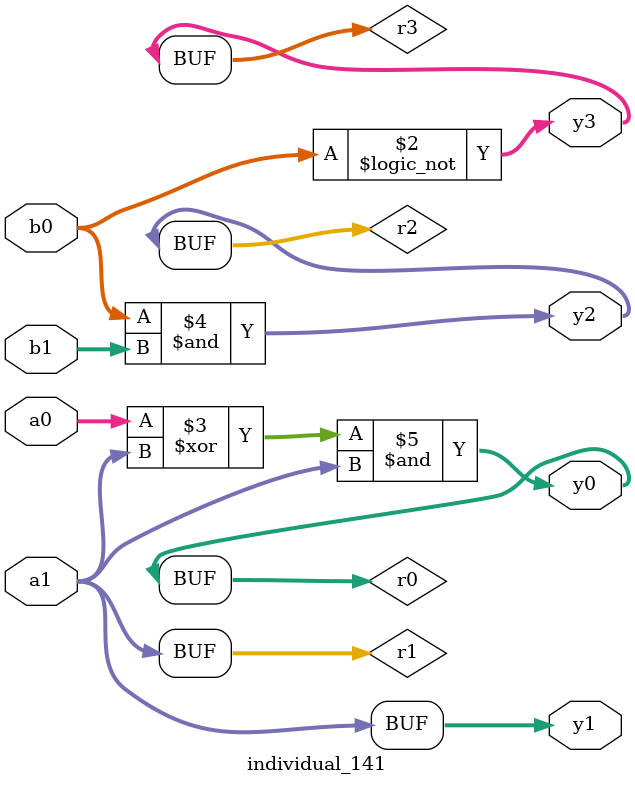
<source format=sv>
module individual_141(input logic [15:0] a1, input logic [15:0] a0, input logic [15:0] b1, input logic [15:0] b0, output logic [15:0] y3, output logic [15:0] y2, output logic [15:0] y1, output logic [15:0] y0);
logic [15:0] r0, r1, r2, r3; 
 always@(*) begin 
	 r0 = a0; r1 = a1; r2 = b0; r3 = b1; 
 	 r3 = ! r2 ;
 	 r0  ^=  r1 ;
 	 r2  &=  b1 ;
 	 r0  &=  a1 ;
 	 y3 = r3; y2 = r2; y1 = r1; y0 = r0; 
end
endmodule
</source>
